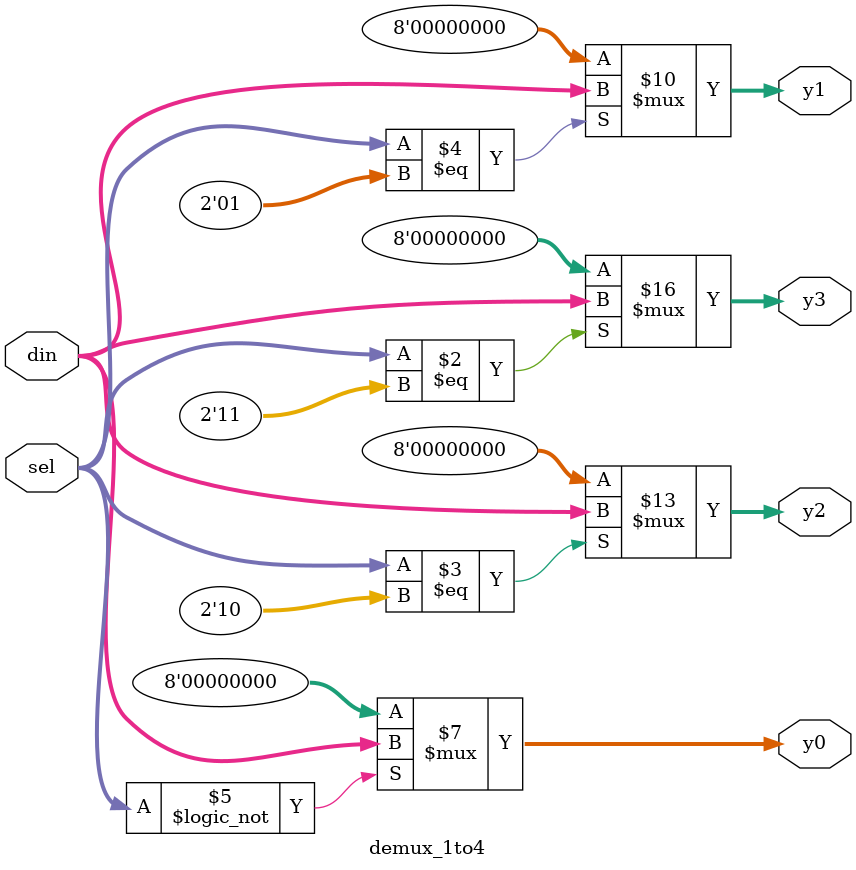
<source format=sv>
module demux_1to4
#(
  parameter W = 8
)
(
  input logic [1 : 0] sel,
  input logic [W - 1 : 0] din,
  output logic [W - 1 : 0] y0, y1, y2, y3
);

  always_comb begin
    if (sel == 3) y3 = din; else y3 = '0;
    if (sel == 2) y2 = din; else y2 = '0;
    if (sel == 1) y1 = din; else y1 = '0;
    if (sel == 0) y0 = din; else y0 = '0;
  end
endmodule

</source>
